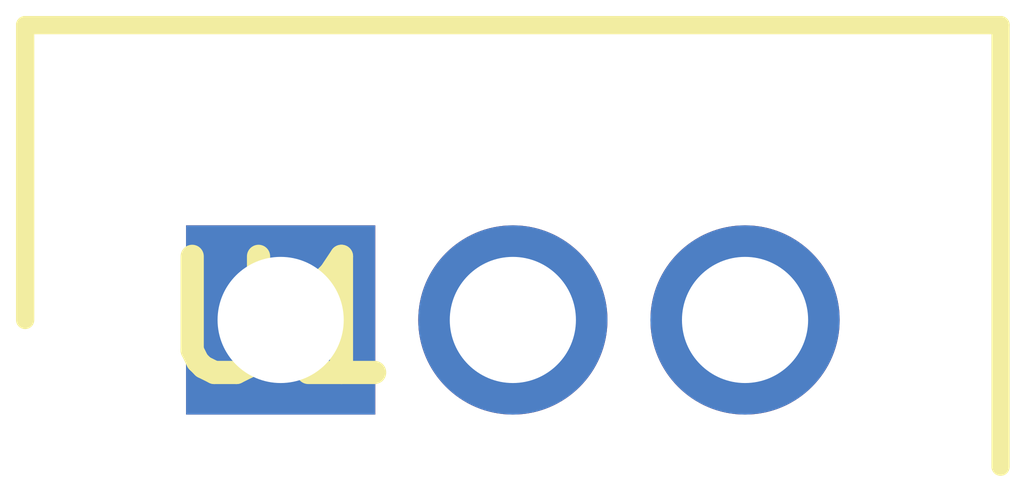
<source format=kicad_pcb>
(kicad_pcb (version 20240108) (generator "pcbnew") (generator_version "8.0")
  (layers (0 "F.Cu" signal) (31 "B.Cu" signal) (34 "B.Paste" user) (35 "F.Paste" user) (36 "B.SilkS" user "B.Silkscreen") (37 "F.SilkS" user "F.Silkscreen") (38 "B.Mask" user) (39 "F.Mask" user) (44 "Edge.Cuts" user))
  (net 0 "")
  (footprint "IRF640NPBF:TO254P483X1016X1994-3P" (layer "F.Cu") (at 98.42 90)
    (property "Reference" "U1" (at 0 0 0) (layer "F.SilkS") (effects (font (size 1.27 1.27) (thickness 0.254))))
    (property "Value" "IRF640NPBF" (hide yes))
    (fp_line (start -2.795 -3.225) (end -2.795 0) (stroke (width 0.2)) (layer "F.SilkS"))
    (fp_line (start 7.875 -3.225) (end -2.795 -3.225) (stroke (width 0.2)) (layer "F.SilkS"))
    (fp_line (start 7.875 1.605) (end 7.875 -3.225) (stroke (width 0.2)) (layer "F.SilkS"))
    (pad "1" thru_hole rect (at 0 0) (size 2.07 2.07) (drill 1.38) (layers "*.Cu" "*.Mask"))
    (pad "2" thru_hole circle (at 2.54 0) (size 2.07 2.07) (drill 1.38) (layers "*.Cu" "*.Mask"))
    (pad "3" thru_hole circle (at 5.08 0) (size 2.07 2.07) (drill 1.38) (layers "*.Cu" "*.Mask"))
  )
)
</source>
